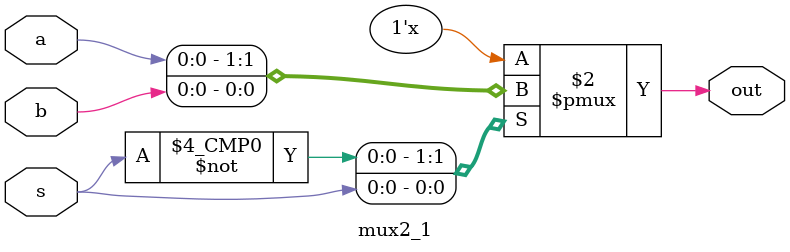
<source format=v>
module mux2_1(
input a, b, s,
output reg out);

always@(a or b or s)
begin
	case(s)
		1'b0 : out = a;
		1'b1 : out = b;
		default : out = 1'b0;
	endcase
end
endmodule
</source>
